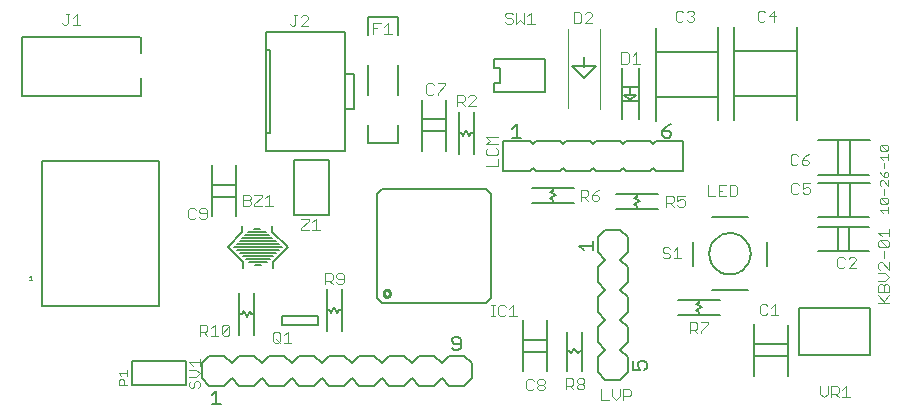
<source format=gto>
G75*
G70*
%OFA0B0*%
%FSLAX24Y24*%
%IPPOS*%
%LPD*%
%AMOC8*
5,1,8,0,0,1.08239X$1,22.5*
%
%ADD10C,0.0030*%
%ADD11C,0.0100*%
%ADD12C,0.0080*%
%ADD13C,0.0050*%
%ADD14C,0.0040*%
%ADD15C,0.0010*%
%ADD16C,0.0060*%
D10*
X005901Y001872D02*
X005901Y002017D01*
X005950Y002065D01*
X006046Y002065D01*
X006095Y002017D01*
X006095Y001872D01*
X006192Y001872D02*
X005901Y001872D01*
X005998Y002166D02*
X005901Y002263D01*
X006192Y002263D01*
X006192Y002166D02*
X006192Y002360D01*
X008245Y002379D02*
X008492Y002379D01*
X008615Y002255D01*
X008492Y002132D01*
X008245Y002132D01*
X008307Y002010D02*
X008245Y001949D01*
X008245Y001825D01*
X008307Y001764D01*
X008368Y001764D01*
X008430Y001825D01*
X008430Y001949D01*
X008492Y002010D01*
X008554Y002010D01*
X008615Y001949D01*
X008615Y001825D01*
X008554Y001764D01*
X008615Y002500D02*
X008615Y002747D01*
X008615Y002624D02*
X008245Y002624D01*
X008368Y002500D01*
X008615Y003514D02*
X008615Y003885D01*
X008800Y003885D01*
X008862Y003823D01*
X008862Y003700D01*
X008800Y003638D01*
X008615Y003638D01*
X008738Y003638D02*
X008862Y003514D01*
X008983Y003514D02*
X009230Y003514D01*
X009107Y003514D02*
X009107Y003885D01*
X008983Y003761D01*
X009352Y003823D02*
X009352Y003576D01*
X009598Y003823D01*
X009598Y003576D01*
X009537Y003514D01*
X009413Y003514D01*
X009352Y003576D01*
X009352Y003823D02*
X009413Y003885D01*
X009537Y003885D01*
X009598Y003823D01*
X011043Y003589D02*
X011043Y003343D01*
X011105Y003281D01*
X011228Y003281D01*
X011290Y003343D01*
X011290Y003589D01*
X011228Y003651D01*
X011105Y003651D01*
X011043Y003589D01*
X011166Y003404D02*
X011290Y003281D01*
X011411Y003281D02*
X011658Y003281D01*
X011535Y003281D02*
X011535Y003651D01*
X011411Y003528D01*
X012789Y005229D02*
X012789Y005599D01*
X012974Y005599D01*
X013036Y005537D01*
X013036Y005414D01*
X012974Y005352D01*
X012789Y005352D01*
X012913Y005352D02*
X013036Y005229D01*
X013158Y005290D02*
X013219Y005229D01*
X013343Y005229D01*
X013404Y005290D01*
X013404Y005537D01*
X013343Y005599D01*
X013219Y005599D01*
X013158Y005537D01*
X013158Y005475D01*
X013219Y005414D01*
X013404Y005414D01*
X012606Y007041D02*
X012359Y007041D01*
X012237Y007041D02*
X011991Y007041D01*
X011991Y007103D01*
X012237Y007350D01*
X012237Y007411D01*
X011991Y007411D01*
X012359Y007288D02*
X012482Y007411D01*
X012482Y007041D01*
X011042Y007842D02*
X010795Y007840D01*
X010673Y007839D02*
X010427Y007838D01*
X010426Y007899D01*
X010671Y008148D01*
X010671Y008210D01*
X010424Y008208D01*
X010303Y008145D02*
X010304Y008084D01*
X010242Y008022D01*
X010057Y008020D01*
X010058Y007835D02*
X010056Y008205D01*
X010241Y008207D01*
X010303Y008145D01*
X010242Y008022D02*
X010304Y007960D01*
X010305Y007899D01*
X010244Y007836D01*
X010058Y007835D01*
X010793Y008087D02*
X010916Y008211D01*
X010918Y007841D01*
X008844Y007712D02*
X008844Y007465D01*
X008782Y007404D01*
X008659Y007404D01*
X008597Y007465D01*
X008476Y007465D02*
X008414Y007404D01*
X008290Y007404D01*
X008229Y007465D01*
X008229Y007712D01*
X008290Y007774D01*
X008414Y007774D01*
X008476Y007712D01*
X008597Y007712D02*
X008597Y007650D01*
X008659Y007589D01*
X008844Y007589D01*
X008844Y007712D02*
X008782Y007774D01*
X008659Y007774D01*
X008597Y007712D01*
X016165Y011614D02*
X016227Y011552D01*
X016350Y011552D01*
X016412Y011614D01*
X016534Y011614D02*
X016534Y011552D01*
X016534Y011614D02*
X016780Y011861D01*
X016780Y011922D01*
X016534Y011922D01*
X016412Y011861D02*
X016350Y011922D01*
X016227Y011922D01*
X016165Y011861D01*
X016165Y011614D01*
X017190Y011547D02*
X017190Y011176D01*
X017190Y011300D02*
X017375Y011300D01*
X017436Y011362D01*
X017436Y011485D01*
X017375Y011547D01*
X017190Y011547D01*
X017313Y011300D02*
X017436Y011176D01*
X017558Y011176D02*
X017805Y011423D01*
X017805Y011485D01*
X017743Y011547D01*
X017620Y011547D01*
X017558Y011485D01*
X017558Y011176D02*
X017805Y011176D01*
X018165Y010137D02*
X018535Y010137D01*
X018535Y009890D02*
X018165Y009890D01*
X018288Y010014D01*
X018165Y010137D01*
X018227Y009769D02*
X018165Y009707D01*
X018165Y009584D01*
X018227Y009522D01*
X018474Y009522D01*
X018535Y009584D01*
X018535Y009707D01*
X018474Y009769D01*
X018535Y009400D02*
X018535Y009154D01*
X018165Y009154D01*
X021309Y008384D02*
X021309Y008014D01*
X021309Y008137D02*
X021494Y008137D01*
X021556Y008199D01*
X021556Y008322D01*
X021494Y008384D01*
X021309Y008384D01*
X021432Y008137D02*
X021556Y008014D01*
X021677Y008075D02*
X021739Y008014D01*
X021862Y008014D01*
X021924Y008075D01*
X021924Y008137D01*
X021862Y008199D01*
X021677Y008199D01*
X021677Y008075D01*
X021677Y008199D02*
X021800Y008322D01*
X021924Y008384D01*
X024154Y008184D02*
X024154Y007814D01*
X024154Y007937D02*
X024339Y007937D01*
X024400Y007999D01*
X024400Y008122D01*
X024339Y008184D01*
X024154Y008184D01*
X024277Y007937D02*
X024400Y007814D01*
X024522Y007875D02*
X024584Y007814D01*
X024707Y007814D01*
X024769Y007875D01*
X024769Y007999D01*
X024707Y008060D01*
X024645Y008060D01*
X024522Y007999D01*
X024522Y008184D01*
X024769Y008184D01*
X025540Y008164D02*
X025540Y008534D01*
X025909Y008534D02*
X025909Y008164D01*
X026156Y008164D01*
X026277Y008164D02*
X026462Y008164D01*
X026524Y008225D01*
X026524Y008472D01*
X026462Y008534D01*
X026277Y008534D01*
X026277Y008164D01*
X026032Y008349D02*
X025909Y008349D01*
X025909Y008534D02*
X026156Y008534D01*
X025787Y008164D02*
X025540Y008164D01*
X024525Y006458D02*
X024525Y006088D01*
X024648Y006088D02*
X024401Y006088D01*
X024280Y006149D02*
X024218Y006088D01*
X024095Y006088D01*
X024033Y006149D01*
X024095Y006273D02*
X024218Y006273D01*
X024280Y006211D01*
X024280Y006149D01*
X024401Y006334D02*
X024525Y006458D01*
X024280Y006396D02*
X024218Y006458D01*
X024095Y006458D01*
X024033Y006396D01*
X024033Y006334D01*
X024095Y006273D01*
X024950Y003964D02*
X025135Y003964D01*
X025197Y003902D01*
X025197Y003779D01*
X025135Y003717D01*
X024950Y003717D01*
X024950Y003594D02*
X024950Y003964D01*
X025074Y003717D02*
X025197Y003594D01*
X025319Y003594D02*
X025319Y003655D01*
X025565Y003902D01*
X025565Y003964D01*
X025319Y003964D01*
X027284Y004254D02*
X027345Y004192D01*
X027469Y004192D01*
X027530Y004254D01*
X027652Y004192D02*
X027899Y004192D01*
X027775Y004192D02*
X027775Y004563D01*
X027652Y004439D01*
X027530Y004501D02*
X027469Y004563D01*
X027345Y004563D01*
X027284Y004501D01*
X027284Y004254D01*
X029865Y005835D02*
X029865Y006082D01*
X029927Y006143D01*
X030050Y006143D01*
X030112Y006082D01*
X030234Y006082D02*
X030295Y006143D01*
X030419Y006143D01*
X030480Y006082D01*
X030480Y006020D01*
X030234Y005773D01*
X030480Y005773D01*
X030112Y005835D02*
X030050Y005773D01*
X029927Y005773D01*
X029865Y005835D01*
X031215Y005780D02*
X031277Y005718D01*
X031215Y005780D02*
X031215Y005904D01*
X031277Y005965D01*
X031338Y005965D01*
X031585Y005718D01*
X031585Y005965D01*
X031400Y006087D02*
X031400Y006334D01*
X031277Y006455D02*
X031524Y006455D01*
X031277Y006702D01*
X031524Y006702D01*
X031585Y006640D01*
X031585Y006517D01*
X031524Y006455D01*
X031277Y006455D02*
X031215Y006517D01*
X031215Y006640D01*
X031277Y006702D01*
X031338Y006823D02*
X031215Y006947D01*
X031585Y006947D01*
X031585Y007070D02*
X031585Y006823D01*
X031565Y007614D02*
X031565Y007807D01*
X031565Y007710D02*
X031275Y007710D01*
X031372Y007614D01*
X031323Y007908D02*
X031275Y007956D01*
X031275Y008053D01*
X031323Y008102D01*
X031517Y007908D01*
X031565Y007956D01*
X031565Y008053D01*
X031517Y008102D01*
X031323Y008102D01*
X031420Y008203D02*
X031420Y008396D01*
X031323Y008497D02*
X031275Y008546D01*
X031275Y008643D01*
X031323Y008691D01*
X031372Y008691D01*
X031565Y008497D01*
X031565Y008691D01*
X031517Y008792D02*
X031565Y008840D01*
X031565Y008937D01*
X031517Y008986D01*
X031469Y008986D01*
X031420Y008937D01*
X031420Y008792D01*
X031517Y008792D01*
X031420Y008792D02*
X031323Y008889D01*
X031275Y008986D01*
X031420Y009087D02*
X031420Y009280D01*
X031372Y009381D02*
X031275Y009478D01*
X031565Y009478D01*
X031565Y009381D02*
X031565Y009575D01*
X031517Y009676D02*
X031323Y009869D01*
X031517Y009869D01*
X031565Y009821D01*
X031565Y009724D01*
X031517Y009676D01*
X031323Y009676D01*
X031275Y009724D01*
X031275Y009821D01*
X031323Y009869D01*
X028917Y009564D02*
X028794Y009503D01*
X028670Y009379D01*
X028855Y009379D01*
X028917Y009317D01*
X028917Y009256D01*
X028855Y009194D01*
X028732Y009194D01*
X028670Y009256D01*
X028670Y009379D01*
X028549Y009256D02*
X028487Y009194D01*
X028364Y009194D01*
X028302Y009256D01*
X028302Y009503D01*
X028364Y009564D01*
X028487Y009564D01*
X028549Y009503D01*
X028517Y008602D02*
X028393Y008602D01*
X028332Y008540D01*
X028332Y008293D01*
X028393Y008231D01*
X028517Y008231D01*
X028578Y008293D01*
X028700Y008293D02*
X028762Y008231D01*
X028885Y008231D01*
X028947Y008293D01*
X028947Y008417D01*
X028885Y008478D01*
X028823Y008478D01*
X028700Y008417D01*
X028700Y008602D01*
X028947Y008602D01*
X028578Y008540D02*
X028517Y008602D01*
X031323Y007908D02*
X031517Y007908D01*
X031462Y005597D02*
X031215Y005597D01*
X031215Y005350D02*
X031462Y005350D01*
X031585Y005474D01*
X031462Y005597D01*
X031462Y005229D02*
X031524Y005229D01*
X031585Y005167D01*
X031585Y004982D01*
X031215Y004982D01*
X031215Y005167D01*
X031277Y005229D01*
X031338Y005229D01*
X031400Y005167D01*
X031400Y004982D01*
X031400Y005167D02*
X031462Y005229D01*
X031585Y004860D02*
X031400Y004675D01*
X031462Y004614D02*
X031215Y004860D01*
X031215Y004614D02*
X031585Y004614D01*
X030154Y001833D02*
X030154Y001463D01*
X030031Y001463D02*
X030278Y001463D01*
X030031Y001710D02*
X030154Y001833D01*
X029909Y001771D02*
X029909Y001648D01*
X029848Y001586D01*
X029663Y001586D01*
X029541Y001586D02*
X029541Y001833D01*
X029663Y001833D02*
X029848Y001833D01*
X029909Y001771D01*
X029786Y001586D02*
X029909Y001463D01*
X029663Y001463D02*
X029663Y001833D01*
X029541Y001586D02*
X029418Y001463D01*
X029294Y001586D01*
X029294Y001833D01*
X022979Y001672D02*
X022979Y001549D01*
X022917Y001487D01*
X022732Y001487D01*
X022610Y001487D02*
X022610Y001734D01*
X022732Y001734D02*
X022917Y001734D01*
X022979Y001672D01*
X022732Y001734D02*
X022732Y001364D01*
X022610Y001487D02*
X022487Y001364D01*
X022364Y001487D01*
X022364Y001734D01*
X021995Y001734D02*
X021995Y001364D01*
X022242Y001364D01*
X021430Y001783D02*
X021368Y001721D01*
X021245Y001721D01*
X021183Y001783D01*
X021183Y001844D01*
X021245Y001906D01*
X021368Y001906D01*
X021430Y001844D01*
X021430Y001783D01*
X021368Y001906D02*
X021430Y001968D01*
X021430Y002029D01*
X021368Y002091D01*
X021245Y002091D01*
X021183Y002029D01*
X021183Y001968D01*
X021245Y001906D01*
X021062Y001906D02*
X021000Y001844D01*
X020815Y001844D01*
X020815Y001721D02*
X020815Y002091D01*
X021000Y002091D01*
X021062Y002029D01*
X021062Y001906D01*
X020938Y001844D02*
X021062Y001721D01*
X020109Y001757D02*
X020047Y001695D01*
X019924Y001695D01*
X019862Y001757D01*
X019862Y001819D01*
X019924Y001880D01*
X020047Y001880D01*
X020109Y001819D01*
X020109Y001757D01*
X020047Y001880D02*
X020109Y001942D01*
X020109Y002004D01*
X020047Y002066D01*
X019924Y002066D01*
X019862Y002004D01*
X019862Y001942D01*
X019924Y001880D01*
X019740Y001757D02*
X019679Y001695D01*
X019555Y001695D01*
X019494Y001757D01*
X019494Y002004D01*
X019555Y002066D01*
X019679Y002066D01*
X019740Y002004D01*
X019170Y004160D02*
X018923Y004160D01*
X019046Y004160D02*
X019046Y004531D01*
X018923Y004407D01*
X018802Y004469D02*
X018740Y004531D01*
X018616Y004531D01*
X018555Y004469D01*
X018555Y004222D01*
X018616Y004160D01*
X018740Y004160D01*
X018802Y004222D01*
X018433Y004160D02*
X018309Y004160D01*
X018371Y004160D02*
X018371Y004531D01*
X018309Y004531D02*
X018433Y004531D01*
X022666Y012586D02*
X022851Y012586D01*
X022913Y012647D01*
X022913Y012894D01*
X022851Y012956D01*
X022666Y012956D01*
X022666Y012586D01*
X023035Y012586D02*
X023281Y012586D01*
X023158Y012586D02*
X023158Y012956D01*
X023035Y012833D01*
X021686Y013924D02*
X021439Y013924D01*
X021686Y014171D01*
X021686Y014233D01*
X021625Y014294D01*
X021501Y014294D01*
X021439Y014233D01*
X021318Y014233D02*
X021256Y014294D01*
X021071Y014294D01*
X021071Y013924D01*
X021256Y013924D01*
X021318Y013986D01*
X021318Y014233D01*
X019774Y013914D02*
X019527Y013914D01*
X019406Y013914D02*
X019406Y014284D01*
X019527Y014160D02*
X019650Y014284D01*
X019650Y013914D01*
X019406Y013914D02*
X019282Y014037D01*
X019159Y013914D01*
X019159Y014284D01*
X019037Y014222D02*
X018976Y014284D01*
X018852Y014284D01*
X018790Y014222D01*
X018790Y014160D01*
X018852Y014099D01*
X018976Y014099D01*
X019037Y014037D01*
X019037Y013975D01*
X018976Y013914D01*
X018852Y013914D01*
X018790Y013975D01*
X015010Y013572D02*
X014763Y013572D01*
X014887Y013572D02*
X014887Y013942D01*
X014763Y013819D01*
X014642Y013942D02*
X014395Y013942D01*
X014395Y013572D01*
X014395Y013757D02*
X014519Y013757D01*
X012226Y013832D02*
X011979Y013832D01*
X012226Y014079D01*
X012226Y014140D01*
X012164Y014202D01*
X012041Y014202D01*
X011979Y014140D01*
X011858Y014202D02*
X011734Y014202D01*
X011796Y014202D02*
X011796Y013893D01*
X011734Y013832D01*
X011673Y013832D01*
X011611Y013893D01*
X004632Y013872D02*
X004385Y013872D01*
X004509Y013872D02*
X004509Y014243D01*
X004385Y014119D01*
X004264Y014243D02*
X004140Y014243D01*
X004202Y014243D02*
X004202Y013934D01*
X004140Y013872D01*
X004079Y013872D01*
X004017Y013934D01*
X024475Y014040D02*
X024537Y013979D01*
X024660Y013979D01*
X024722Y014040D01*
X024844Y014040D02*
X024905Y013979D01*
X025029Y013979D01*
X025090Y014040D01*
X025090Y014102D01*
X025029Y014164D01*
X024967Y014164D01*
X025029Y014164D02*
X025090Y014225D01*
X025090Y014287D01*
X025029Y014349D01*
X024905Y014349D01*
X024844Y014287D01*
X024722Y014287D02*
X024660Y014349D01*
X024537Y014349D01*
X024475Y014287D01*
X024475Y014040D01*
X027210Y014040D02*
X027272Y013979D01*
X027395Y013979D01*
X027457Y014040D01*
X027579Y014164D02*
X027825Y014164D01*
X027764Y013979D02*
X027764Y014349D01*
X027579Y014164D01*
X027457Y014287D02*
X027395Y014349D01*
X027272Y014349D01*
X027210Y014287D01*
X027210Y014040D01*
D11*
X014735Y004925D02*
X014737Y004945D01*
X014742Y004965D01*
X014752Y004983D01*
X014764Y005000D01*
X014779Y005014D01*
X014797Y005024D01*
X014816Y005032D01*
X014836Y005036D01*
X014856Y005036D01*
X014876Y005032D01*
X014895Y005024D01*
X014913Y005014D01*
X014928Y005000D01*
X014940Y004983D01*
X014950Y004965D01*
X014955Y004945D01*
X014957Y004925D01*
X014955Y004905D01*
X014950Y004885D01*
X014940Y004867D01*
X014928Y004850D01*
X014913Y004836D01*
X014895Y004826D01*
X014876Y004818D01*
X014856Y004814D01*
X014836Y004814D01*
X014816Y004818D01*
X014797Y004826D01*
X014779Y004836D01*
X014764Y004850D01*
X014752Y004867D01*
X014742Y004885D01*
X014737Y004905D01*
X014735Y004925D01*
D12*
X014531Y004768D02*
X014531Y008233D01*
X014689Y008390D01*
X018154Y008390D01*
X018311Y008233D01*
X018311Y004768D01*
X018154Y004610D01*
X014689Y004610D01*
X014531Y004768D01*
X021412Y012090D02*
X021805Y012493D01*
X021018Y012493D01*
X021412Y012090D01*
X025690Y007463D02*
X026871Y007463D01*
X027501Y006636D02*
X027501Y005849D01*
X026871Y005022D02*
X025690Y005022D01*
X025060Y005849D02*
X025060Y006636D01*
X025592Y006242D02*
X025594Y006294D01*
X025600Y006346D01*
X025610Y006397D01*
X025623Y006447D01*
X025641Y006497D01*
X025662Y006544D01*
X025686Y006590D01*
X025715Y006634D01*
X025746Y006676D01*
X025780Y006715D01*
X025817Y006752D01*
X025857Y006785D01*
X025900Y006816D01*
X025944Y006843D01*
X025990Y006867D01*
X026039Y006887D01*
X026088Y006903D01*
X026139Y006916D01*
X026190Y006925D01*
X026242Y006930D01*
X026294Y006931D01*
X026346Y006928D01*
X026398Y006921D01*
X026449Y006910D01*
X026499Y006896D01*
X026548Y006877D01*
X026595Y006855D01*
X026640Y006830D01*
X026684Y006801D01*
X026725Y006769D01*
X026764Y006734D01*
X026799Y006696D01*
X026832Y006655D01*
X026862Y006613D01*
X026888Y006568D01*
X026911Y006521D01*
X026930Y006472D01*
X026946Y006422D01*
X026958Y006372D01*
X026966Y006320D01*
X026970Y006268D01*
X026970Y006216D01*
X026966Y006164D01*
X026958Y006112D01*
X026946Y006062D01*
X026930Y006012D01*
X026911Y005963D01*
X026888Y005916D01*
X026862Y005871D01*
X026832Y005829D01*
X026799Y005788D01*
X026764Y005750D01*
X026725Y005715D01*
X026684Y005683D01*
X026640Y005654D01*
X026595Y005629D01*
X026548Y005607D01*
X026499Y005588D01*
X026449Y005574D01*
X026398Y005563D01*
X026346Y005556D01*
X026294Y005553D01*
X026242Y005554D01*
X026190Y005559D01*
X026139Y005568D01*
X026088Y005581D01*
X026039Y005597D01*
X025990Y005617D01*
X025944Y005641D01*
X025900Y005668D01*
X025857Y005699D01*
X025817Y005732D01*
X025780Y005769D01*
X025746Y005808D01*
X025715Y005850D01*
X025686Y005894D01*
X025662Y005940D01*
X025641Y005987D01*
X025623Y006037D01*
X025610Y006087D01*
X025600Y006138D01*
X025594Y006190D01*
X025592Y006242D01*
D13*
X025940Y004704D02*
X024540Y004704D01*
X024540Y004204D02*
X025940Y004204D01*
X025340Y004454D02*
X025140Y004354D01*
X025240Y004304D01*
X025240Y004204D01*
X025340Y004454D02*
X025140Y004554D01*
X025240Y004604D01*
X025240Y004704D01*
X027074Y003887D02*
X027074Y003228D01*
X028216Y003228D01*
X028216Y002835D01*
X027074Y002835D01*
X027074Y003228D01*
X027074Y002835D02*
X027074Y002176D01*
X028216Y002176D02*
X028216Y002835D01*
X028599Y002871D02*
X028599Y004446D01*
X030961Y004446D01*
X030961Y002871D01*
X028599Y002871D01*
X028216Y003228D02*
X028216Y003877D01*
X029200Y006332D02*
X030910Y006332D01*
X030260Y006352D02*
X030260Y007132D01*
X030278Y007458D02*
X029884Y007458D01*
X029884Y008601D01*
X030278Y008601D01*
X030278Y007458D01*
X030927Y007458D01*
X030920Y007152D02*
X029210Y007152D01*
X029226Y007458D02*
X029884Y007458D01*
X029880Y007132D02*
X029880Y006352D01*
X029884Y008601D02*
X029226Y008601D01*
X029225Y008877D02*
X029883Y008877D01*
X029883Y010020D01*
X030277Y010020D01*
X030277Y008877D01*
X029883Y008877D01*
X030277Y008877D02*
X030926Y008877D01*
X030937Y008601D02*
X030278Y008601D01*
X030277Y010020D02*
X030936Y010020D01*
X029883Y010020D02*
X029225Y010020D01*
X028505Y010714D02*
X028505Y013004D01*
X026885Y013004D01*
X026425Y013004D01*
X026425Y011504D01*
X026875Y011504D01*
X026885Y011504D01*
X028015Y011504D01*
X028035Y011504D01*
X028495Y011504D01*
X028505Y013004D02*
X028505Y013814D01*
X026425Y013804D02*
X026425Y013004D01*
X025885Y012979D02*
X024265Y012979D01*
X023805Y012979D01*
X023805Y011479D01*
X024255Y011479D01*
X024265Y011479D01*
X025395Y011479D01*
X025415Y011479D01*
X025875Y011479D01*
X026425Y011504D02*
X026425Y010704D01*
X025885Y010689D02*
X025885Y012979D01*
X025885Y013789D01*
X023805Y013779D02*
X023805Y012979D01*
X023255Y012424D02*
X023255Y010734D01*
X022675Y010734D02*
X022675Y011334D01*
X023235Y011334D01*
X023165Y011549D02*
X022765Y011549D01*
X022965Y011374D01*
X023165Y011549D01*
X022965Y011574D02*
X022965Y011799D01*
X022685Y011814D02*
X023245Y011814D01*
X023805Y011479D02*
X023805Y010679D01*
X024025Y010339D02*
X024175Y010489D01*
X024326Y010564D01*
X024250Y010339D02*
X024025Y010339D01*
X024025Y010189D01*
X024100Y010114D01*
X024250Y010114D01*
X024326Y010189D01*
X024326Y010264D01*
X024250Y010339D01*
X022675Y011334D02*
X022675Y012424D01*
X021412Y012477D02*
X021412Y012787D01*
X020130Y012749D02*
X020130Y011649D01*
X018430Y011649D01*
X018430Y011949D01*
X018630Y011949D01*
X018630Y012449D01*
X018430Y012449D01*
X018430Y012749D01*
X020130Y012749D01*
X017744Y010964D02*
X017744Y009564D01*
X017244Y009564D02*
X017244Y010964D01*
X016826Y010734D02*
X016826Y011384D01*
X016026Y011384D02*
X016026Y010734D01*
X016826Y010734D01*
X016826Y010334D01*
X016026Y010334D01*
X016026Y010734D02*
X016026Y009684D01*
X016826Y009684D02*
X016826Y010334D01*
X017244Y010264D02*
X017344Y010264D01*
X017394Y010164D01*
X017494Y010364D01*
X017594Y010164D01*
X017644Y010264D01*
X017744Y010264D01*
X019025Y010414D02*
X019175Y010564D01*
X019175Y010114D01*
X019025Y010114D02*
X019326Y010114D01*
X019680Y008449D02*
X021080Y008449D01*
X021080Y007949D02*
X019680Y007949D01*
X020280Y008099D02*
X020380Y008049D01*
X020380Y007949D01*
X020280Y008099D02*
X020480Y008199D01*
X020280Y008299D01*
X020380Y008349D01*
X020380Y008449D01*
X022475Y008249D02*
X023875Y008249D01*
X023875Y007749D02*
X022475Y007749D01*
X023075Y007899D02*
X023175Y007849D01*
X023175Y007749D01*
X023075Y007899D02*
X023275Y007999D01*
X023075Y008099D01*
X023175Y008149D01*
X023175Y008249D01*
X021705Y006663D02*
X021705Y006363D01*
X021705Y006513D02*
X021255Y006513D01*
X021405Y006363D01*
X020197Y004027D02*
X020197Y002977D01*
X019397Y002977D01*
X019397Y003377D01*
X020197Y003377D01*
X020197Y002977D02*
X020197Y002327D01*
X020841Y002346D02*
X020841Y003646D01*
X021341Y003646D02*
X021341Y002346D01*
X021211Y002936D02*
X021271Y002996D01*
X021331Y002996D01*
X021211Y002936D02*
X021091Y003056D01*
X020971Y002936D01*
X020911Y002996D01*
X020851Y002996D01*
X019397Y002977D02*
X019397Y002327D01*
X019397Y003377D02*
X019397Y004027D01*
X017306Y003399D02*
X017306Y003099D01*
X017230Y003024D01*
X017080Y003024D01*
X017005Y003099D01*
X017080Y003249D02*
X017306Y003249D01*
X017306Y003399D02*
X017230Y003474D01*
X017080Y003474D01*
X017005Y003399D01*
X017005Y003324D01*
X017080Y003249D01*
X013344Y003654D02*
X013344Y005054D01*
X012844Y005054D02*
X012844Y003654D01*
X012553Y003860D02*
X012553Y004160D01*
X011353Y004160D01*
X011353Y003860D01*
X012553Y003860D01*
X012994Y004254D02*
X012944Y004354D01*
X012844Y004354D01*
X012994Y004254D02*
X013094Y004454D01*
X013194Y004254D01*
X013244Y004354D01*
X013344Y004354D01*
X011038Y005781D02*
X011037Y005981D01*
X011534Y006484D01*
X011031Y006981D01*
X011030Y007181D01*
X010831Y006980D02*
X010231Y006977D01*
X010132Y006877D02*
X010932Y006881D01*
X011032Y006781D02*
X010032Y006776D01*
X009933Y006676D02*
X011133Y006682D01*
X011233Y006582D02*
X009833Y006575D01*
X009734Y006475D02*
X011334Y006483D01*
X011234Y006382D02*
X009834Y006375D01*
X009935Y006276D02*
X011135Y006282D01*
X011036Y006181D02*
X010036Y006176D01*
X010136Y006077D02*
X010936Y006081D01*
X010837Y005980D02*
X010237Y005977D01*
X010037Y005976D02*
X010038Y005776D01*
X010037Y005976D02*
X009534Y006474D01*
X010031Y006976D01*
X010030Y007176D01*
X009800Y007489D02*
X009800Y008139D01*
X009000Y008139D01*
X009000Y008539D01*
X009800Y008539D01*
X009800Y008139D02*
X009800Y009189D01*
X009000Y009189D02*
X009000Y008539D01*
X009000Y008139D02*
X009000Y007489D01*
X010431Y007078D02*
X010631Y007079D01*
X011739Y007543D02*
X011739Y009354D01*
X012920Y009354D01*
X012920Y009275D01*
X012920Y009256D02*
X012920Y007543D01*
X011739Y007543D01*
X010637Y005879D02*
X010437Y005878D01*
X010429Y004923D02*
X010429Y003523D01*
X009929Y003523D02*
X009929Y004923D01*
X010079Y004323D02*
X010029Y004223D01*
X009929Y004223D01*
X010079Y004323D02*
X010179Y004123D01*
X010279Y004323D01*
X010329Y004223D01*
X010429Y004223D01*
X008161Y002659D02*
X008161Y001859D01*
X006361Y001859D01*
X006361Y002659D01*
X008161Y002659D01*
X009155Y001674D02*
X009005Y001524D01*
X009155Y001674D02*
X009155Y001224D01*
X009005Y001224D02*
X009306Y001224D01*
X007243Y004487D02*
X003343Y004487D01*
X003343Y009337D01*
X007243Y009337D01*
X007243Y004487D01*
X010805Y009683D02*
X010805Y013029D01*
X010963Y013029D01*
X010963Y010274D01*
X010844Y010274D01*
X010805Y009683D02*
X013443Y009683D01*
X013443Y011061D01*
X013758Y011061D01*
X013758Y012242D01*
X013482Y012242D01*
X014205Y012529D02*
X014205Y011529D01*
X013443Y011061D02*
X013443Y013620D01*
X010805Y013620D01*
X010805Y013029D01*
X014205Y013529D02*
X014205Y014129D01*
X015205Y014129D01*
X015205Y013529D01*
X015205Y012529D02*
X015205Y011529D01*
X015205Y010529D02*
X015205Y009929D01*
X014205Y009929D01*
X014205Y010529D01*
X006643Y011499D02*
X006643Y012089D01*
X006625Y011494D02*
X002707Y011494D01*
X002698Y011506D02*
X002698Y013486D01*
X006629Y013486D01*
X006643Y013479D02*
X006643Y012939D01*
X023055Y002663D02*
X023055Y002363D01*
X023280Y002363D01*
X023205Y002513D01*
X023205Y002588D01*
X023280Y002663D01*
X023430Y002663D01*
X023505Y002588D01*
X023505Y002438D01*
X023430Y002363D01*
D14*
X021953Y011082D02*
X021953Y013744D01*
X020882Y013724D02*
X020882Y011097D01*
D15*
X003028Y005366D02*
X002928Y005366D01*
X002978Y005366D02*
X002978Y005516D01*
X002928Y005466D01*
D16*
X008680Y002599D02*
X008680Y002099D01*
X008930Y001849D01*
X009430Y001849D01*
X009680Y002099D01*
X009930Y001849D01*
X010430Y001849D01*
X010680Y002099D01*
X010930Y001849D01*
X011430Y001849D01*
X011680Y002099D01*
X011930Y001849D01*
X012430Y001849D01*
X012680Y002099D01*
X012930Y001849D01*
X013430Y001849D01*
X013680Y002099D01*
X013930Y001849D01*
X014430Y001849D01*
X014680Y002099D01*
X014930Y001849D01*
X015430Y001849D01*
X015680Y002099D01*
X015930Y001849D01*
X016430Y001849D01*
X016680Y002099D01*
X016930Y001849D01*
X017430Y001849D01*
X017680Y002099D01*
X017680Y002599D01*
X017430Y002849D01*
X016930Y002849D01*
X016680Y002599D01*
X016430Y002849D01*
X015930Y002849D01*
X015680Y002599D01*
X015430Y002849D01*
X014930Y002849D01*
X014680Y002599D01*
X014430Y002849D01*
X013930Y002849D01*
X013680Y002599D01*
X013430Y002849D01*
X012930Y002849D01*
X012680Y002599D01*
X012430Y002849D01*
X011930Y002849D01*
X011680Y002599D01*
X011430Y002849D01*
X010930Y002849D01*
X010680Y002599D01*
X010430Y002849D01*
X009930Y002849D01*
X009680Y002599D01*
X009430Y002849D01*
X008930Y002849D01*
X008680Y002599D01*
X018700Y008989D02*
X019600Y008989D01*
X019700Y009089D01*
X019800Y008989D01*
X020600Y008989D01*
X020700Y009089D01*
X020800Y008989D01*
X021600Y008989D01*
X021700Y009089D01*
X021800Y008989D01*
X022600Y008989D01*
X022700Y009089D01*
X022800Y008989D01*
X023600Y008989D01*
X023700Y009089D01*
X023800Y008989D01*
X024700Y008989D01*
X024700Y009989D01*
X023800Y009989D01*
X023700Y009889D01*
X023600Y009989D01*
X022800Y009989D01*
X022700Y009889D01*
X022600Y009989D01*
X021800Y009989D01*
X021700Y009889D01*
X021600Y009989D01*
X020800Y009989D01*
X020700Y009889D01*
X020600Y009989D01*
X019800Y009989D01*
X019700Y009889D01*
X019600Y009989D01*
X018700Y009989D01*
X018700Y008989D01*
X021880Y006799D02*
X021880Y006299D01*
X022130Y006049D01*
X021880Y005799D01*
X021880Y005299D01*
X022130Y005049D01*
X021880Y004799D01*
X021880Y004299D01*
X022130Y004049D01*
X021880Y003799D01*
X021880Y003299D01*
X022130Y003049D01*
X021880Y002799D01*
X021880Y002299D01*
X022130Y002049D01*
X022630Y002049D01*
X022880Y002299D01*
X022880Y002799D01*
X022630Y003049D01*
X022880Y003299D01*
X022880Y003799D01*
X022630Y004049D01*
X022880Y004299D01*
X022880Y004799D01*
X022630Y005049D01*
X022880Y005299D01*
X022880Y005799D01*
X022630Y006049D01*
X022880Y006299D01*
X022880Y006799D01*
X022630Y007049D01*
X022130Y007049D01*
X021880Y006799D01*
M02*

</source>
